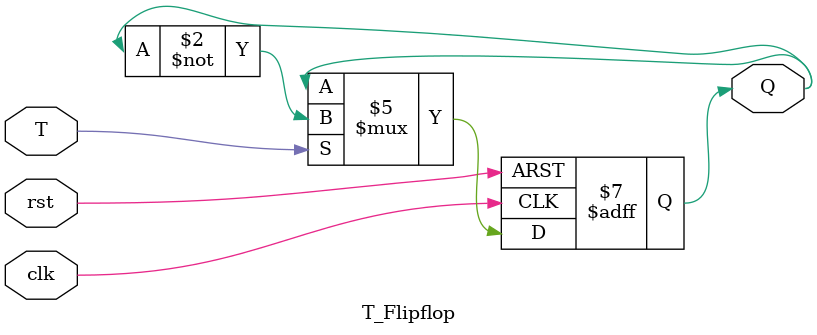
<source format=v>
module T_Flipflop (
    input  wire clk, rst, T,
    output reg Q 	  
);

  initial begin
     Q<=1'b0;
	 end
  
  
	 always @(posedge clk or posedge rst) begin
	
        if (rst)
            Q <= 1'b0;       
        else if (T)
            Q <= ~Q;         
        else
            Q <= Q;          
    end
endmodule

</source>
